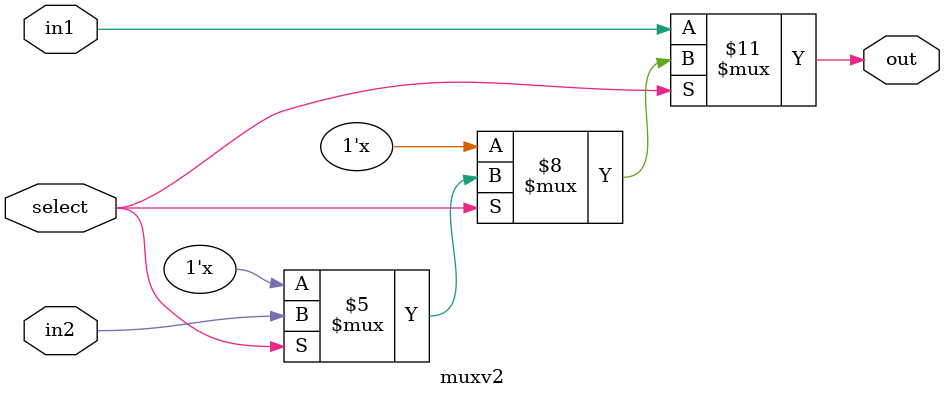
<source format=v>
module muxv2(in1, in2, select, out);
        input in1;
        input in2;
        input[0:0] select;
        output reg out;

        always@(in1 or in2 or select)
        begin
                if(select==0) out=in1;
                else if(select==1) out=in2;
        end
endmodule


</source>
